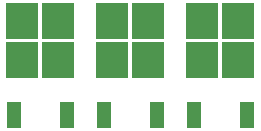
<source format=gbp>
G04 #@! TF.GenerationSoftware,KiCad,Pcbnew,6.0.6-3a73a75311~116~ubuntu22.04.1*
G04 #@! TF.CreationDate,2022-09-02T17:28:33-07:00*
G04 #@! TF.ProjectId,thrusterV3,74687275-7374-4657-9256-332e6b696361,rev?*
G04 #@! TF.SameCoordinates,Original*
G04 #@! TF.FileFunction,Paste,Bot*
G04 #@! TF.FilePolarity,Positive*
%FSLAX46Y46*%
G04 Gerber Fmt 4.6, Leading zero omitted, Abs format (unit mm)*
G04 Created by KiCad (PCBNEW 6.0.6-3a73a75311~116~ubuntu22.04.1) date 2022-09-02 17:28:33*
%MOMM*%
%LPD*%
G01*
G04 APERTURE LIST*
%ADD10R,2.750000X3.050000*%
%ADD11R,1.200000X2.200000*%
G04 APERTURE END LIST*
D10*
X67690000Y-67345000D03*
X70740000Y-67345000D03*
X67690000Y-70695000D03*
X70740000Y-70695000D03*
D11*
X71495000Y-75320000D03*
X66935000Y-75320000D03*
D10*
X85980000Y-67345000D03*
X85980000Y-70695000D03*
X82930000Y-67345000D03*
X82930000Y-70695000D03*
D11*
X86735000Y-75320000D03*
X82175000Y-75320000D03*
D10*
X75310000Y-67345000D03*
X78360000Y-67345000D03*
X75310000Y-70695000D03*
X78360000Y-70695000D03*
D11*
X79115000Y-75320000D03*
X74555000Y-75320000D03*
M02*

</source>
